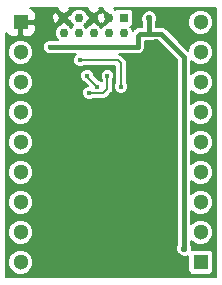
<source format=gbl>
G04 #@! TF.GenerationSoftware,KiCad,Pcbnew,5.0.1-33cea8e~68~ubuntu18.04.1*
G04 #@! TF.CreationDate,2018-11-10T11:16:57+01:00*
G04 #@! TF.ProjectId,LPC82X_JDH20,4C50433832585F4A444832302E6B6963,rev?*
G04 #@! TF.SameCoordinates,Original*
G04 #@! TF.FileFunction,Copper,L2,Bot,Signal*
G04 #@! TF.FilePolarity,Positive*
%FSLAX46Y46*%
G04 Gerber Fmt 4.6, Leading zero omitted, Abs format (unit mm)*
G04 Created by KiCad (PCBNEW 5.0.1-33cea8e~68~ubuntu18.04.1) date za 10 nov 2018 11:16:57 CET*
%MOMM*%
%LPD*%
G01*
G04 APERTURE LIST*
G04 #@! TA.AperFunction,ComponentPad*
%ADD10R,1.300000X1.300000*%
G04 #@! TD*
G04 #@! TA.AperFunction,ComponentPad*
%ADD11C,1.300000*%
G04 #@! TD*
G04 #@! TA.AperFunction,ComponentPad*
%ADD12R,0.750000X0.750000*%
G04 #@! TD*
G04 #@! TA.AperFunction,ComponentPad*
%ADD13C,0.750000*%
G04 #@! TD*
G04 #@! TA.AperFunction,ViaPad*
%ADD14C,0.550000*%
G04 #@! TD*
G04 #@! TA.AperFunction,ViaPad*
%ADD15C,0.381000*%
G04 #@! TD*
G04 #@! TA.AperFunction,Conductor*
%ADD16C,0.400000*%
G04 #@! TD*
G04 #@! TA.AperFunction,Conductor*
%ADD17C,0.200000*%
G04 #@! TD*
G04 APERTURE END LIST*
D10*
G04 #@! TO.P,J1,1*
G04 #@! TO.N,VSS*
X127000000Y-91440000D03*
D11*
G04 #@! TO.P,J1,2*
G04 #@! TO.N,/PIO0_4*
X127000000Y-93980000D03*
G04 #@! TO.P,J1,3*
G04 #@! TO.N,/PIO0_3*
X127000000Y-96520000D03*
G04 #@! TO.P,J1,4*
G04 #@! TO.N,/PIO0_2*
X127000000Y-99060000D03*
G04 #@! TO.P,J1,5*
G04 #@! TO.N,/PIO0_11*
X127000000Y-101600000D03*
G04 #@! TO.P,J1,6*
G04 #@! TO.N,/PIO0_10*
X127000000Y-104140000D03*
G04 #@! TO.P,J1,7*
G04 #@! TO.N,/PIO0_15*
X127000000Y-106680000D03*
G04 #@! TO.P,J1,8*
G04 #@! TO.N,/PIO0_1*
X127000000Y-109220000D03*
G04 #@! TO.P,J1,9*
G04 #@! TO.N,/PIO0_9*
X127000000Y-111760000D03*
G04 #@! TD*
D12*
G04 #@! TO.P,J2,1*
G04 #@! TO.N,VDD*
X135740000Y-91065000D03*
D13*
G04 #@! TO.P,J2,2*
G04 #@! TO.N,Net-(J2-Pad2)*
X135740000Y-92335000D03*
G04 #@! TO.P,J2,3*
G04 #@! TO.N,VSS*
X134470000Y-91065000D03*
G04 #@! TO.P,J2,4*
G04 #@! TO.N,Net-(J2-Pad4)*
X134470000Y-92335000D03*
G04 #@! TO.P,J2,5*
G04 #@! TO.N,VSS*
X133200000Y-91065000D03*
G04 #@! TO.P,J2,6*
G04 #@! TO.N,N/C*
X133200000Y-92335000D03*
G04 #@! TO.P,J2,7*
X131930000Y-91065000D03*
G04 #@! TO.P,J2,8*
X131930000Y-92335000D03*
G04 #@! TO.P,J2,9*
G04 #@! TO.N,VSS*
X130660000Y-91065000D03*
G04 #@! TO.P,J2,10*
G04 #@! TO.N,Net-(J2-Pad10)*
X130660000Y-92335000D03*
G04 #@! TD*
D11*
G04 #@! TO.P,J3,9*
G04 #@! TO.N,VDD*
X142240000Y-91440000D03*
G04 #@! TO.P,J3,8*
G04 #@! TO.N,/RESET*
X142240000Y-93980000D03*
G04 #@! TO.P,J3,7*
G04 #@! TO.N,/PIO0_12*
X142240000Y-96520000D03*
G04 #@! TO.P,J3,6*
G04 #@! TO.N,/PIO0_13*
X142240000Y-99060000D03*
G04 #@! TO.P,J3,5*
G04 #@! TO.N,/PIO0_17*
X142240000Y-101600000D03*
G04 #@! TO.P,J3,4*
G04 #@! TO.N,/PIO0_23*
X142240000Y-104140000D03*
G04 #@! TO.P,J3,3*
G04 #@! TO.N,/PIO0_14*
X142240000Y-106680000D03*
G04 #@! TO.P,J3,2*
G04 #@! TO.N,/PIO0_0*
X142240000Y-109220000D03*
D10*
G04 #@! TO.P,J3,1*
G04 #@! TO.N,/PIO0_8*
X142240000Y-111760000D03*
G04 #@! TD*
D14*
G04 #@! TO.N,VSS*
X138500000Y-93100000D03*
D15*
X133750000Y-95950000D03*
X130600000Y-110200000D03*
D14*
X134950000Y-108750000D03*
X138800000Y-108600000D03*
G04 #@! TO.N,VDD*
X140850000Y-110600000D03*
X137900000Y-91100000D03*
D15*
X129500000Y-93550000D03*
X136900000Y-93550000D03*
G04 #@! TO.N,/PIO0_3*
X132650000Y-95950000D03*
X133500000Y-96900000D03*
G04 #@! TO.N,/PIO0_2*
X134350000Y-95950000D03*
X132800000Y-97400000D03*
G04 #@! TO.N,/RESET*
X132050000Y-94650000D03*
X135500000Y-96900000D03*
G04 #@! TD*
D16*
G04 #@! TO.N,VDD*
X140850000Y-110600000D02*
X140850000Y-94350000D01*
X137900000Y-91400000D02*
X137900000Y-91100000D01*
X129500000Y-93550000D02*
X136900000Y-93550000D01*
X136900000Y-93550000D02*
X136900000Y-92600000D01*
X136900000Y-92600000D02*
X137100000Y-92400000D01*
X140850000Y-94350000D02*
X138900000Y-92400000D01*
X137100000Y-92400000D02*
X137900000Y-92400000D01*
X137900000Y-91400000D02*
X137900000Y-92400000D01*
X137900000Y-92400000D02*
X138900000Y-92400000D01*
D17*
G04 #@! TO.N,/PIO0_3*
X133500000Y-96900000D02*
X132650000Y-96050000D01*
X132650000Y-96050000D02*
X132650000Y-95950000D01*
G04 #@! TO.N,/PIO0_2*
X134350000Y-95950000D02*
X134350000Y-97050000D01*
X134350000Y-97050000D02*
X134000000Y-97400000D01*
X134000000Y-97400000D02*
X132800000Y-97400000D01*
G04 #@! TO.N,/RESET*
X132050000Y-94650000D02*
X135250000Y-94650000D01*
X135250000Y-94650000D02*
X135500000Y-94900000D01*
X135500000Y-94900000D02*
X135500000Y-96900000D01*
G04 #@! TD*
G04 #@! TO.N,VSS*
G36*
X130177615Y-90364826D02*
X130660000Y-90847211D01*
X131142385Y-90364826D01*
X131120997Y-90200000D01*
X132739003Y-90200000D01*
X132717615Y-90364826D01*
X133200000Y-90847211D01*
X133682385Y-90364826D01*
X133660997Y-90200000D01*
X134009003Y-90200000D01*
X133987615Y-90364826D01*
X134470000Y-90847211D01*
X134484142Y-90833069D01*
X134701931Y-91050858D01*
X134687789Y-91065000D01*
X134701931Y-91079142D01*
X134484142Y-91296931D01*
X134470000Y-91282789D01*
X134105776Y-91647013D01*
X134030998Y-91677987D01*
X133835000Y-91873985D01*
X133639002Y-91677987D01*
X133564224Y-91647013D01*
X133200000Y-91282789D01*
X132835776Y-91647013D01*
X132760998Y-91677987D01*
X132565000Y-91873985D01*
X132391015Y-91700000D01*
X132587013Y-91504002D01*
X132617987Y-91429224D01*
X132982211Y-91065000D01*
X133417789Y-91065000D01*
X133488650Y-91135861D01*
X133515928Y-91372029D01*
X133578266Y-91522528D01*
X133769826Y-91547385D01*
X133835000Y-91482211D01*
X133900174Y-91547385D01*
X134091734Y-91522528D01*
X134198942Y-91146449D01*
X134196024Y-91121187D01*
X134252211Y-91065000D01*
X134181350Y-90994139D01*
X134154072Y-90757971D01*
X134091734Y-90607472D01*
X133900174Y-90582615D01*
X133835000Y-90647789D01*
X133769826Y-90582615D01*
X133578266Y-90607472D01*
X133471058Y-90983551D01*
X133473976Y-91008813D01*
X133417789Y-91065000D01*
X132982211Y-91065000D01*
X132617987Y-90700776D01*
X132587013Y-90625998D01*
X132369002Y-90407987D01*
X132084157Y-90290000D01*
X131775843Y-90290000D01*
X131490998Y-90407987D01*
X131272987Y-90625998D01*
X131242013Y-90700776D01*
X130877789Y-91065000D01*
X131242013Y-91429224D01*
X131272987Y-91504002D01*
X131468985Y-91700000D01*
X131295000Y-91873985D01*
X131099002Y-91677987D01*
X131024224Y-91647013D01*
X130660000Y-91282789D01*
X130295776Y-91647013D01*
X130220998Y-91677987D01*
X130002987Y-91895998D01*
X129885000Y-92180843D01*
X129885000Y-92489157D01*
X130002987Y-92774002D01*
X130178985Y-92950000D01*
X129440909Y-92950000D01*
X129393149Y-92959500D01*
X129382542Y-92959500D01*
X129372742Y-92963559D01*
X129265892Y-92984813D01*
X129175311Y-93045337D01*
X129165508Y-93049398D01*
X129158005Y-93056901D01*
X129067425Y-93117425D01*
X129006901Y-93208005D01*
X128999398Y-93215508D01*
X128995337Y-93225311D01*
X128934813Y-93315892D01*
X128913559Y-93422742D01*
X128909500Y-93432542D01*
X128909500Y-93443149D01*
X128888246Y-93550000D01*
X128909500Y-93656851D01*
X128909500Y-93667458D01*
X128913559Y-93677258D01*
X128934813Y-93784108D01*
X128995337Y-93874689D01*
X128999398Y-93884492D01*
X129006901Y-93891995D01*
X129067425Y-93982575D01*
X129158005Y-94043099D01*
X129165508Y-94050602D01*
X129175311Y-94054663D01*
X129265892Y-94115187D01*
X129372742Y-94136441D01*
X129382542Y-94140500D01*
X129393149Y-94140500D01*
X129440909Y-94150000D01*
X131714906Y-94150000D01*
X131549398Y-94315508D01*
X131459500Y-94532542D01*
X131459500Y-94767458D01*
X131549398Y-94984492D01*
X131715508Y-95150602D01*
X131932542Y-95240500D01*
X132167458Y-95240500D01*
X132384492Y-95150602D01*
X132385094Y-95150000D01*
X135000000Y-95150000D01*
X135000001Y-96564905D01*
X134999398Y-96565508D01*
X134909500Y-96782542D01*
X134909500Y-97017458D01*
X134999398Y-97234492D01*
X135165508Y-97400602D01*
X135382542Y-97490500D01*
X135617458Y-97490500D01*
X135834492Y-97400602D01*
X136000602Y-97234492D01*
X136090500Y-97017458D01*
X136090500Y-96782542D01*
X136000602Y-96565508D01*
X136000000Y-96564906D01*
X136000000Y-94949240D01*
X136009795Y-94899999D01*
X135998873Y-94845090D01*
X135970989Y-94704910D01*
X135860480Y-94539520D01*
X135818730Y-94511624D01*
X135638377Y-94331271D01*
X135610480Y-94289520D01*
X135445090Y-94179011D01*
X135299243Y-94150000D01*
X136840909Y-94150000D01*
X136900000Y-94161754D01*
X136959091Y-94150000D01*
X136962118Y-94149398D01*
X137006851Y-94140500D01*
X137017458Y-94140500D01*
X137027258Y-94136441D01*
X137134108Y-94115187D01*
X137224689Y-94054663D01*
X137234492Y-94050602D01*
X137241995Y-94043099D01*
X137332575Y-93982575D01*
X137393099Y-93891995D01*
X137400602Y-93884492D01*
X137404663Y-93874689D01*
X137465187Y-93784108D01*
X137486441Y-93677258D01*
X137490500Y-93667458D01*
X137490500Y-93656851D01*
X137511754Y-93550000D01*
X137500000Y-93490909D01*
X137500000Y-93000000D01*
X137840909Y-93000000D01*
X137900000Y-93011754D01*
X137959091Y-93000000D01*
X138651473Y-93000000D01*
X140250001Y-94598529D01*
X140250000Y-110284669D01*
X140175000Y-110465734D01*
X140175000Y-110734266D01*
X140277763Y-110982357D01*
X140467643Y-111172237D01*
X140715734Y-111275000D01*
X140984266Y-111275000D01*
X141182164Y-111193028D01*
X141182164Y-112410000D01*
X141213209Y-112566072D01*
X141301616Y-112698384D01*
X141433928Y-112786791D01*
X141590000Y-112817836D01*
X142890000Y-112817836D01*
X143046072Y-112786791D01*
X143178384Y-112698384D01*
X143266791Y-112566072D01*
X143297836Y-112410000D01*
X143297836Y-111110000D01*
X143266791Y-110953928D01*
X143178384Y-110821616D01*
X143046072Y-110733209D01*
X142890000Y-110702164D01*
X141590000Y-110702164D01*
X141525000Y-110715093D01*
X141525000Y-110465734D01*
X141450000Y-110284669D01*
X141450000Y-109914924D01*
X141645223Y-110110147D01*
X142031142Y-110270000D01*
X142448858Y-110270000D01*
X142834777Y-110110147D01*
X143130147Y-109814777D01*
X143290000Y-109428858D01*
X143290000Y-109011142D01*
X143130147Y-108625223D01*
X142834777Y-108329853D01*
X142448858Y-108170000D01*
X142031142Y-108170000D01*
X141645223Y-108329853D01*
X141450000Y-108525076D01*
X141450000Y-107374924D01*
X141645223Y-107570147D01*
X142031142Y-107730000D01*
X142448858Y-107730000D01*
X142834777Y-107570147D01*
X143130147Y-107274777D01*
X143290000Y-106888858D01*
X143290000Y-106471142D01*
X143130147Y-106085223D01*
X142834777Y-105789853D01*
X142448858Y-105630000D01*
X142031142Y-105630000D01*
X141645223Y-105789853D01*
X141450000Y-105985076D01*
X141450000Y-104834924D01*
X141645223Y-105030147D01*
X142031142Y-105190000D01*
X142448858Y-105190000D01*
X142834777Y-105030147D01*
X143130147Y-104734777D01*
X143290000Y-104348858D01*
X143290000Y-103931142D01*
X143130147Y-103545223D01*
X142834777Y-103249853D01*
X142448858Y-103090000D01*
X142031142Y-103090000D01*
X141645223Y-103249853D01*
X141450000Y-103445076D01*
X141450000Y-102294924D01*
X141645223Y-102490147D01*
X142031142Y-102650000D01*
X142448858Y-102650000D01*
X142834777Y-102490147D01*
X143130147Y-102194777D01*
X143290000Y-101808858D01*
X143290000Y-101391142D01*
X143130147Y-101005223D01*
X142834777Y-100709853D01*
X142448858Y-100550000D01*
X142031142Y-100550000D01*
X141645223Y-100709853D01*
X141450000Y-100905076D01*
X141450000Y-99754924D01*
X141645223Y-99950147D01*
X142031142Y-100110000D01*
X142448858Y-100110000D01*
X142834777Y-99950147D01*
X143130147Y-99654777D01*
X143290000Y-99268858D01*
X143290000Y-98851142D01*
X143130147Y-98465223D01*
X142834777Y-98169853D01*
X142448858Y-98010000D01*
X142031142Y-98010000D01*
X141645223Y-98169853D01*
X141450000Y-98365076D01*
X141450000Y-97214924D01*
X141645223Y-97410147D01*
X142031142Y-97570000D01*
X142448858Y-97570000D01*
X142834777Y-97410147D01*
X143130147Y-97114777D01*
X143290000Y-96728858D01*
X143290000Y-96311142D01*
X143130147Y-95925223D01*
X142834777Y-95629853D01*
X142448858Y-95470000D01*
X142031142Y-95470000D01*
X141645223Y-95629853D01*
X141450000Y-95825076D01*
X141450000Y-94674924D01*
X141645223Y-94870147D01*
X142031142Y-95030000D01*
X142448858Y-95030000D01*
X142834777Y-94870147D01*
X143130147Y-94574777D01*
X143290000Y-94188858D01*
X143290000Y-93771142D01*
X143130147Y-93385223D01*
X142834777Y-93089853D01*
X142448858Y-92930000D01*
X142031142Y-92930000D01*
X141645223Y-93089853D01*
X141349853Y-93385223D01*
X141190000Y-93771142D01*
X141190000Y-93841472D01*
X139366049Y-92017522D01*
X139332575Y-91967425D01*
X139134108Y-91834813D01*
X138959091Y-91800000D01*
X138959086Y-91800000D01*
X138900000Y-91788247D01*
X138840914Y-91800000D01*
X138500000Y-91800000D01*
X138500000Y-91415331D01*
X138575000Y-91234266D01*
X138575000Y-91231142D01*
X141190000Y-91231142D01*
X141190000Y-91648858D01*
X141349853Y-92034777D01*
X141645223Y-92330147D01*
X142031142Y-92490000D01*
X142448858Y-92490000D01*
X142834777Y-92330147D01*
X143130147Y-92034777D01*
X143290000Y-91648858D01*
X143290000Y-91231142D01*
X143130147Y-90845223D01*
X142834777Y-90549853D01*
X142448858Y-90390000D01*
X142031142Y-90390000D01*
X141645223Y-90549853D01*
X141349853Y-90845223D01*
X141190000Y-91231142D01*
X138575000Y-91231142D01*
X138575000Y-90965734D01*
X138472237Y-90717643D01*
X138282357Y-90527763D01*
X138034266Y-90425000D01*
X137765734Y-90425000D01*
X137517643Y-90527763D01*
X137327763Y-90717643D01*
X137225000Y-90965734D01*
X137225000Y-91234266D01*
X137300000Y-91415332D01*
X137300000Y-91800000D01*
X137159088Y-91800000D01*
X137100000Y-91788247D01*
X137040912Y-91800000D01*
X137040909Y-91800000D01*
X136865892Y-91834813D01*
X136667425Y-91967425D01*
X136633951Y-92017522D01*
X136517520Y-92133953D01*
X136500334Y-92145436D01*
X136397013Y-91895998D01*
X136299087Y-91798072D01*
X136403384Y-91728384D01*
X136491791Y-91596072D01*
X136522836Y-91440000D01*
X136522836Y-90690000D01*
X136491791Y-90533928D01*
X136403384Y-90401616D01*
X136271072Y-90313209D01*
X136115000Y-90282164D01*
X135365000Y-90282164D01*
X135208928Y-90313209D01*
X135163319Y-90343683D01*
X135068422Y-90248786D01*
X134952385Y-90364824D01*
X134930997Y-90200000D01*
X143500000Y-90200000D01*
X143500001Y-113000000D01*
X125800000Y-113000000D01*
X125800000Y-111551142D01*
X125950000Y-111551142D01*
X125950000Y-111968858D01*
X126109853Y-112354777D01*
X126405223Y-112650147D01*
X126791142Y-112810000D01*
X127208858Y-112810000D01*
X127594777Y-112650147D01*
X127890147Y-112354777D01*
X128050000Y-111968858D01*
X128050000Y-111551142D01*
X127890147Y-111165223D01*
X127594777Y-110869853D01*
X127208858Y-110710000D01*
X126791142Y-110710000D01*
X126405223Y-110869853D01*
X126109853Y-111165223D01*
X125950000Y-111551142D01*
X125800000Y-111551142D01*
X125800000Y-109011142D01*
X125950000Y-109011142D01*
X125950000Y-109428858D01*
X126109853Y-109814777D01*
X126405223Y-110110147D01*
X126791142Y-110270000D01*
X127208858Y-110270000D01*
X127594777Y-110110147D01*
X127890147Y-109814777D01*
X128050000Y-109428858D01*
X128050000Y-109011142D01*
X127890147Y-108625223D01*
X127594777Y-108329853D01*
X127208858Y-108170000D01*
X126791142Y-108170000D01*
X126405223Y-108329853D01*
X126109853Y-108625223D01*
X125950000Y-109011142D01*
X125800000Y-109011142D01*
X125800000Y-106471142D01*
X125950000Y-106471142D01*
X125950000Y-106888858D01*
X126109853Y-107274777D01*
X126405223Y-107570147D01*
X126791142Y-107730000D01*
X127208858Y-107730000D01*
X127594777Y-107570147D01*
X127890147Y-107274777D01*
X128050000Y-106888858D01*
X128050000Y-106471142D01*
X127890147Y-106085223D01*
X127594777Y-105789853D01*
X127208858Y-105630000D01*
X126791142Y-105630000D01*
X126405223Y-105789853D01*
X126109853Y-106085223D01*
X125950000Y-106471142D01*
X125800000Y-106471142D01*
X125800000Y-103931142D01*
X125950000Y-103931142D01*
X125950000Y-104348858D01*
X126109853Y-104734777D01*
X126405223Y-105030147D01*
X126791142Y-105190000D01*
X127208858Y-105190000D01*
X127594777Y-105030147D01*
X127890147Y-104734777D01*
X128050000Y-104348858D01*
X128050000Y-103931142D01*
X127890147Y-103545223D01*
X127594777Y-103249853D01*
X127208858Y-103090000D01*
X126791142Y-103090000D01*
X126405223Y-103249853D01*
X126109853Y-103545223D01*
X125950000Y-103931142D01*
X125800000Y-103931142D01*
X125800000Y-101391142D01*
X125950000Y-101391142D01*
X125950000Y-101808858D01*
X126109853Y-102194777D01*
X126405223Y-102490147D01*
X126791142Y-102650000D01*
X127208858Y-102650000D01*
X127594777Y-102490147D01*
X127890147Y-102194777D01*
X128050000Y-101808858D01*
X128050000Y-101391142D01*
X127890147Y-101005223D01*
X127594777Y-100709853D01*
X127208858Y-100550000D01*
X126791142Y-100550000D01*
X126405223Y-100709853D01*
X126109853Y-101005223D01*
X125950000Y-101391142D01*
X125800000Y-101391142D01*
X125800000Y-98851142D01*
X125950000Y-98851142D01*
X125950000Y-99268858D01*
X126109853Y-99654777D01*
X126405223Y-99950147D01*
X126791142Y-100110000D01*
X127208858Y-100110000D01*
X127594777Y-99950147D01*
X127890147Y-99654777D01*
X128050000Y-99268858D01*
X128050000Y-98851142D01*
X127890147Y-98465223D01*
X127594777Y-98169853D01*
X127208858Y-98010000D01*
X126791142Y-98010000D01*
X126405223Y-98169853D01*
X126109853Y-98465223D01*
X125950000Y-98851142D01*
X125800000Y-98851142D01*
X125800000Y-96311142D01*
X125950000Y-96311142D01*
X125950000Y-96728858D01*
X126109853Y-97114777D01*
X126405223Y-97410147D01*
X126791142Y-97570000D01*
X127208858Y-97570000D01*
X127594777Y-97410147D01*
X127890147Y-97114777D01*
X128050000Y-96728858D01*
X128050000Y-96311142D01*
X127890147Y-95925223D01*
X127797466Y-95832542D01*
X132059500Y-95832542D01*
X132059500Y-96067458D01*
X132149398Y-96284492D01*
X132315508Y-96450602D01*
X132363286Y-96470392D01*
X132702394Y-96809500D01*
X132682542Y-96809500D01*
X132465508Y-96899398D01*
X132299398Y-97065508D01*
X132209500Y-97282542D01*
X132209500Y-97517458D01*
X132299398Y-97734492D01*
X132465508Y-97900602D01*
X132682542Y-97990500D01*
X132917458Y-97990500D01*
X133134492Y-97900602D01*
X133135094Y-97900000D01*
X133950759Y-97900000D01*
X134000000Y-97909795D01*
X134049241Y-97900000D01*
X134049243Y-97900000D01*
X134195090Y-97870989D01*
X134360480Y-97760480D01*
X134388376Y-97718730D01*
X134668732Y-97438375D01*
X134710480Y-97410480D01*
X134820989Y-97245090D01*
X134850000Y-97099243D01*
X134859795Y-97050000D01*
X134850000Y-97000757D01*
X134850000Y-96285094D01*
X134850602Y-96284492D01*
X134940500Y-96067458D01*
X134940500Y-95832542D01*
X134850602Y-95615508D01*
X134684492Y-95449398D01*
X134467458Y-95359500D01*
X134232542Y-95359500D01*
X134015508Y-95449398D01*
X133849398Y-95615508D01*
X133759500Y-95832542D01*
X133759500Y-96067458D01*
X133849398Y-96284492D01*
X133850000Y-96285094D01*
X133850000Y-96414906D01*
X133834492Y-96399398D01*
X133617458Y-96309500D01*
X133616606Y-96309500D01*
X133240500Y-95933394D01*
X133240500Y-95832542D01*
X133150602Y-95615508D01*
X132984492Y-95449398D01*
X132767458Y-95359500D01*
X132532542Y-95359500D01*
X132315508Y-95449398D01*
X132149398Y-95615508D01*
X132059500Y-95832542D01*
X127797466Y-95832542D01*
X127594777Y-95629853D01*
X127208858Y-95470000D01*
X126791142Y-95470000D01*
X126405223Y-95629853D01*
X126109853Y-95925223D01*
X125950000Y-96311142D01*
X125800000Y-96311142D01*
X125800000Y-93771142D01*
X125950000Y-93771142D01*
X125950000Y-94188858D01*
X126109853Y-94574777D01*
X126405223Y-94870147D01*
X126791142Y-95030000D01*
X127208858Y-95030000D01*
X127594777Y-94870147D01*
X127890147Y-94574777D01*
X128050000Y-94188858D01*
X128050000Y-93771142D01*
X127890147Y-93385223D01*
X127594777Y-93089853D01*
X127208858Y-92930000D01*
X126791142Y-92930000D01*
X126405223Y-93089853D01*
X126109853Y-93385223D01*
X125950000Y-93771142D01*
X125800000Y-93771142D01*
X125800000Y-92350963D01*
X125834563Y-92434405D01*
X126005596Y-92605438D01*
X126229062Y-92698000D01*
X126694000Y-92698000D01*
X126846000Y-92546000D01*
X126846000Y-91594000D01*
X127154000Y-91594000D01*
X127154000Y-92546000D01*
X127306000Y-92698000D01*
X127770938Y-92698000D01*
X127994404Y-92605438D01*
X128165437Y-92434405D01*
X128258000Y-92210939D01*
X128258000Y-91746000D01*
X128106000Y-91594000D01*
X127154000Y-91594000D01*
X126846000Y-91594000D01*
X126826000Y-91594000D01*
X126826000Y-91286000D01*
X126846000Y-91286000D01*
X126846000Y-91266000D01*
X127154000Y-91266000D01*
X127154000Y-91286000D01*
X128106000Y-91286000D01*
X128258000Y-91134000D01*
X128258000Y-90983551D01*
X129661058Y-90983551D01*
X129705928Y-91372029D01*
X129768266Y-91522528D01*
X129959826Y-91547385D01*
X130442211Y-91065000D01*
X129959826Y-90582615D01*
X129768266Y-90607472D01*
X129661058Y-90983551D01*
X128258000Y-90983551D01*
X128258000Y-90669061D01*
X128165437Y-90445595D01*
X127994404Y-90274562D01*
X127814394Y-90200000D01*
X130199003Y-90200000D01*
X130177615Y-90364826D01*
X130177615Y-90364826D01*
G37*
X130177615Y-90364826D02*
X130660000Y-90847211D01*
X131142385Y-90364826D01*
X131120997Y-90200000D01*
X132739003Y-90200000D01*
X132717615Y-90364826D01*
X133200000Y-90847211D01*
X133682385Y-90364826D01*
X133660997Y-90200000D01*
X134009003Y-90200000D01*
X133987615Y-90364826D01*
X134470000Y-90847211D01*
X134484142Y-90833069D01*
X134701931Y-91050858D01*
X134687789Y-91065000D01*
X134701931Y-91079142D01*
X134484142Y-91296931D01*
X134470000Y-91282789D01*
X134105776Y-91647013D01*
X134030998Y-91677987D01*
X133835000Y-91873985D01*
X133639002Y-91677987D01*
X133564224Y-91647013D01*
X133200000Y-91282789D01*
X132835776Y-91647013D01*
X132760998Y-91677987D01*
X132565000Y-91873985D01*
X132391015Y-91700000D01*
X132587013Y-91504002D01*
X132617987Y-91429224D01*
X132982211Y-91065000D01*
X133417789Y-91065000D01*
X133488650Y-91135861D01*
X133515928Y-91372029D01*
X133578266Y-91522528D01*
X133769826Y-91547385D01*
X133835000Y-91482211D01*
X133900174Y-91547385D01*
X134091734Y-91522528D01*
X134198942Y-91146449D01*
X134196024Y-91121187D01*
X134252211Y-91065000D01*
X134181350Y-90994139D01*
X134154072Y-90757971D01*
X134091734Y-90607472D01*
X133900174Y-90582615D01*
X133835000Y-90647789D01*
X133769826Y-90582615D01*
X133578266Y-90607472D01*
X133471058Y-90983551D01*
X133473976Y-91008813D01*
X133417789Y-91065000D01*
X132982211Y-91065000D01*
X132617987Y-90700776D01*
X132587013Y-90625998D01*
X132369002Y-90407987D01*
X132084157Y-90290000D01*
X131775843Y-90290000D01*
X131490998Y-90407987D01*
X131272987Y-90625998D01*
X131242013Y-90700776D01*
X130877789Y-91065000D01*
X131242013Y-91429224D01*
X131272987Y-91504002D01*
X131468985Y-91700000D01*
X131295000Y-91873985D01*
X131099002Y-91677987D01*
X131024224Y-91647013D01*
X130660000Y-91282789D01*
X130295776Y-91647013D01*
X130220998Y-91677987D01*
X130002987Y-91895998D01*
X129885000Y-92180843D01*
X129885000Y-92489157D01*
X130002987Y-92774002D01*
X130178985Y-92950000D01*
X129440909Y-92950000D01*
X129393149Y-92959500D01*
X129382542Y-92959500D01*
X129372742Y-92963559D01*
X129265892Y-92984813D01*
X129175311Y-93045337D01*
X129165508Y-93049398D01*
X129158005Y-93056901D01*
X129067425Y-93117425D01*
X129006901Y-93208005D01*
X128999398Y-93215508D01*
X128995337Y-93225311D01*
X128934813Y-93315892D01*
X128913559Y-93422742D01*
X128909500Y-93432542D01*
X128909500Y-93443149D01*
X128888246Y-93550000D01*
X128909500Y-93656851D01*
X128909500Y-93667458D01*
X128913559Y-93677258D01*
X128934813Y-93784108D01*
X128995337Y-93874689D01*
X128999398Y-93884492D01*
X129006901Y-93891995D01*
X129067425Y-93982575D01*
X129158005Y-94043099D01*
X129165508Y-94050602D01*
X129175311Y-94054663D01*
X129265892Y-94115187D01*
X129372742Y-94136441D01*
X129382542Y-94140500D01*
X129393149Y-94140500D01*
X129440909Y-94150000D01*
X131714906Y-94150000D01*
X131549398Y-94315508D01*
X131459500Y-94532542D01*
X131459500Y-94767458D01*
X131549398Y-94984492D01*
X131715508Y-95150602D01*
X131932542Y-95240500D01*
X132167458Y-95240500D01*
X132384492Y-95150602D01*
X132385094Y-95150000D01*
X135000000Y-95150000D01*
X135000001Y-96564905D01*
X134999398Y-96565508D01*
X134909500Y-96782542D01*
X134909500Y-97017458D01*
X134999398Y-97234492D01*
X135165508Y-97400602D01*
X135382542Y-97490500D01*
X135617458Y-97490500D01*
X135834492Y-97400602D01*
X136000602Y-97234492D01*
X136090500Y-97017458D01*
X136090500Y-96782542D01*
X136000602Y-96565508D01*
X136000000Y-96564906D01*
X136000000Y-94949240D01*
X136009795Y-94899999D01*
X135998873Y-94845090D01*
X135970989Y-94704910D01*
X135860480Y-94539520D01*
X135818730Y-94511624D01*
X135638377Y-94331271D01*
X135610480Y-94289520D01*
X135445090Y-94179011D01*
X135299243Y-94150000D01*
X136840909Y-94150000D01*
X136900000Y-94161754D01*
X136959091Y-94150000D01*
X136962118Y-94149398D01*
X137006851Y-94140500D01*
X137017458Y-94140500D01*
X137027258Y-94136441D01*
X137134108Y-94115187D01*
X137224689Y-94054663D01*
X137234492Y-94050602D01*
X137241995Y-94043099D01*
X137332575Y-93982575D01*
X137393099Y-93891995D01*
X137400602Y-93884492D01*
X137404663Y-93874689D01*
X137465187Y-93784108D01*
X137486441Y-93677258D01*
X137490500Y-93667458D01*
X137490500Y-93656851D01*
X137511754Y-93550000D01*
X137500000Y-93490909D01*
X137500000Y-93000000D01*
X137840909Y-93000000D01*
X137900000Y-93011754D01*
X137959091Y-93000000D01*
X138651473Y-93000000D01*
X140250001Y-94598529D01*
X140250000Y-110284669D01*
X140175000Y-110465734D01*
X140175000Y-110734266D01*
X140277763Y-110982357D01*
X140467643Y-111172237D01*
X140715734Y-111275000D01*
X140984266Y-111275000D01*
X141182164Y-111193028D01*
X141182164Y-112410000D01*
X141213209Y-112566072D01*
X141301616Y-112698384D01*
X141433928Y-112786791D01*
X141590000Y-112817836D01*
X142890000Y-112817836D01*
X143046072Y-112786791D01*
X143178384Y-112698384D01*
X143266791Y-112566072D01*
X143297836Y-112410000D01*
X143297836Y-111110000D01*
X143266791Y-110953928D01*
X143178384Y-110821616D01*
X143046072Y-110733209D01*
X142890000Y-110702164D01*
X141590000Y-110702164D01*
X141525000Y-110715093D01*
X141525000Y-110465734D01*
X141450000Y-110284669D01*
X141450000Y-109914924D01*
X141645223Y-110110147D01*
X142031142Y-110270000D01*
X142448858Y-110270000D01*
X142834777Y-110110147D01*
X143130147Y-109814777D01*
X143290000Y-109428858D01*
X143290000Y-109011142D01*
X143130147Y-108625223D01*
X142834777Y-108329853D01*
X142448858Y-108170000D01*
X142031142Y-108170000D01*
X141645223Y-108329853D01*
X141450000Y-108525076D01*
X141450000Y-107374924D01*
X141645223Y-107570147D01*
X142031142Y-107730000D01*
X142448858Y-107730000D01*
X142834777Y-107570147D01*
X143130147Y-107274777D01*
X143290000Y-106888858D01*
X143290000Y-106471142D01*
X143130147Y-106085223D01*
X142834777Y-105789853D01*
X142448858Y-105630000D01*
X142031142Y-105630000D01*
X141645223Y-105789853D01*
X141450000Y-105985076D01*
X141450000Y-104834924D01*
X141645223Y-105030147D01*
X142031142Y-105190000D01*
X142448858Y-105190000D01*
X142834777Y-105030147D01*
X143130147Y-104734777D01*
X143290000Y-104348858D01*
X143290000Y-103931142D01*
X143130147Y-103545223D01*
X142834777Y-103249853D01*
X142448858Y-103090000D01*
X142031142Y-103090000D01*
X141645223Y-103249853D01*
X141450000Y-103445076D01*
X141450000Y-102294924D01*
X141645223Y-102490147D01*
X142031142Y-102650000D01*
X142448858Y-102650000D01*
X142834777Y-102490147D01*
X143130147Y-102194777D01*
X143290000Y-101808858D01*
X143290000Y-101391142D01*
X143130147Y-101005223D01*
X142834777Y-100709853D01*
X142448858Y-100550000D01*
X142031142Y-100550000D01*
X141645223Y-100709853D01*
X141450000Y-100905076D01*
X141450000Y-99754924D01*
X141645223Y-99950147D01*
X142031142Y-100110000D01*
X142448858Y-100110000D01*
X142834777Y-99950147D01*
X143130147Y-99654777D01*
X143290000Y-99268858D01*
X143290000Y-98851142D01*
X143130147Y-98465223D01*
X142834777Y-98169853D01*
X142448858Y-98010000D01*
X142031142Y-98010000D01*
X141645223Y-98169853D01*
X141450000Y-98365076D01*
X141450000Y-97214924D01*
X141645223Y-97410147D01*
X142031142Y-97570000D01*
X142448858Y-97570000D01*
X142834777Y-97410147D01*
X143130147Y-97114777D01*
X143290000Y-96728858D01*
X143290000Y-96311142D01*
X143130147Y-95925223D01*
X142834777Y-95629853D01*
X142448858Y-95470000D01*
X142031142Y-95470000D01*
X141645223Y-95629853D01*
X141450000Y-95825076D01*
X141450000Y-94674924D01*
X141645223Y-94870147D01*
X142031142Y-95030000D01*
X142448858Y-95030000D01*
X142834777Y-94870147D01*
X143130147Y-94574777D01*
X143290000Y-94188858D01*
X143290000Y-93771142D01*
X143130147Y-93385223D01*
X142834777Y-93089853D01*
X142448858Y-92930000D01*
X142031142Y-92930000D01*
X141645223Y-93089853D01*
X141349853Y-93385223D01*
X141190000Y-93771142D01*
X141190000Y-93841472D01*
X139366049Y-92017522D01*
X139332575Y-91967425D01*
X139134108Y-91834813D01*
X138959091Y-91800000D01*
X138959086Y-91800000D01*
X138900000Y-91788247D01*
X138840914Y-91800000D01*
X138500000Y-91800000D01*
X138500000Y-91415331D01*
X138575000Y-91234266D01*
X138575000Y-91231142D01*
X141190000Y-91231142D01*
X141190000Y-91648858D01*
X141349853Y-92034777D01*
X141645223Y-92330147D01*
X142031142Y-92490000D01*
X142448858Y-92490000D01*
X142834777Y-92330147D01*
X143130147Y-92034777D01*
X143290000Y-91648858D01*
X143290000Y-91231142D01*
X143130147Y-90845223D01*
X142834777Y-90549853D01*
X142448858Y-90390000D01*
X142031142Y-90390000D01*
X141645223Y-90549853D01*
X141349853Y-90845223D01*
X141190000Y-91231142D01*
X138575000Y-91231142D01*
X138575000Y-90965734D01*
X138472237Y-90717643D01*
X138282357Y-90527763D01*
X138034266Y-90425000D01*
X137765734Y-90425000D01*
X137517643Y-90527763D01*
X137327763Y-90717643D01*
X137225000Y-90965734D01*
X137225000Y-91234266D01*
X137300000Y-91415332D01*
X137300000Y-91800000D01*
X137159088Y-91800000D01*
X137100000Y-91788247D01*
X137040912Y-91800000D01*
X137040909Y-91800000D01*
X136865892Y-91834813D01*
X136667425Y-91967425D01*
X136633951Y-92017522D01*
X136517520Y-92133953D01*
X136500334Y-92145436D01*
X136397013Y-91895998D01*
X136299087Y-91798072D01*
X136403384Y-91728384D01*
X136491791Y-91596072D01*
X136522836Y-91440000D01*
X136522836Y-90690000D01*
X136491791Y-90533928D01*
X136403384Y-90401616D01*
X136271072Y-90313209D01*
X136115000Y-90282164D01*
X135365000Y-90282164D01*
X135208928Y-90313209D01*
X135163319Y-90343683D01*
X135068422Y-90248786D01*
X134952385Y-90364824D01*
X134930997Y-90200000D01*
X143500000Y-90200000D01*
X143500001Y-113000000D01*
X125800000Y-113000000D01*
X125800000Y-111551142D01*
X125950000Y-111551142D01*
X125950000Y-111968858D01*
X126109853Y-112354777D01*
X126405223Y-112650147D01*
X126791142Y-112810000D01*
X127208858Y-112810000D01*
X127594777Y-112650147D01*
X127890147Y-112354777D01*
X128050000Y-111968858D01*
X128050000Y-111551142D01*
X127890147Y-111165223D01*
X127594777Y-110869853D01*
X127208858Y-110710000D01*
X126791142Y-110710000D01*
X126405223Y-110869853D01*
X126109853Y-111165223D01*
X125950000Y-111551142D01*
X125800000Y-111551142D01*
X125800000Y-109011142D01*
X125950000Y-109011142D01*
X125950000Y-109428858D01*
X126109853Y-109814777D01*
X126405223Y-110110147D01*
X126791142Y-110270000D01*
X127208858Y-110270000D01*
X127594777Y-110110147D01*
X127890147Y-109814777D01*
X128050000Y-109428858D01*
X128050000Y-109011142D01*
X127890147Y-108625223D01*
X127594777Y-108329853D01*
X127208858Y-108170000D01*
X126791142Y-108170000D01*
X126405223Y-108329853D01*
X126109853Y-108625223D01*
X125950000Y-109011142D01*
X125800000Y-109011142D01*
X125800000Y-106471142D01*
X125950000Y-106471142D01*
X125950000Y-106888858D01*
X126109853Y-107274777D01*
X126405223Y-107570147D01*
X126791142Y-107730000D01*
X127208858Y-107730000D01*
X127594777Y-107570147D01*
X127890147Y-107274777D01*
X128050000Y-106888858D01*
X128050000Y-106471142D01*
X127890147Y-106085223D01*
X127594777Y-105789853D01*
X127208858Y-105630000D01*
X126791142Y-105630000D01*
X126405223Y-105789853D01*
X126109853Y-106085223D01*
X125950000Y-106471142D01*
X125800000Y-106471142D01*
X125800000Y-103931142D01*
X125950000Y-103931142D01*
X125950000Y-104348858D01*
X126109853Y-104734777D01*
X126405223Y-105030147D01*
X126791142Y-105190000D01*
X127208858Y-105190000D01*
X127594777Y-105030147D01*
X127890147Y-104734777D01*
X128050000Y-104348858D01*
X128050000Y-103931142D01*
X127890147Y-103545223D01*
X127594777Y-103249853D01*
X127208858Y-103090000D01*
X126791142Y-103090000D01*
X126405223Y-103249853D01*
X126109853Y-103545223D01*
X125950000Y-103931142D01*
X125800000Y-103931142D01*
X125800000Y-101391142D01*
X125950000Y-101391142D01*
X125950000Y-101808858D01*
X126109853Y-102194777D01*
X126405223Y-102490147D01*
X126791142Y-102650000D01*
X127208858Y-102650000D01*
X127594777Y-102490147D01*
X127890147Y-102194777D01*
X128050000Y-101808858D01*
X128050000Y-101391142D01*
X127890147Y-101005223D01*
X127594777Y-100709853D01*
X127208858Y-100550000D01*
X126791142Y-100550000D01*
X126405223Y-100709853D01*
X126109853Y-101005223D01*
X125950000Y-101391142D01*
X125800000Y-101391142D01*
X125800000Y-98851142D01*
X125950000Y-98851142D01*
X125950000Y-99268858D01*
X126109853Y-99654777D01*
X126405223Y-99950147D01*
X126791142Y-100110000D01*
X127208858Y-100110000D01*
X127594777Y-99950147D01*
X127890147Y-99654777D01*
X128050000Y-99268858D01*
X128050000Y-98851142D01*
X127890147Y-98465223D01*
X127594777Y-98169853D01*
X127208858Y-98010000D01*
X126791142Y-98010000D01*
X126405223Y-98169853D01*
X126109853Y-98465223D01*
X125950000Y-98851142D01*
X125800000Y-98851142D01*
X125800000Y-96311142D01*
X125950000Y-96311142D01*
X125950000Y-96728858D01*
X126109853Y-97114777D01*
X126405223Y-97410147D01*
X126791142Y-97570000D01*
X127208858Y-97570000D01*
X127594777Y-97410147D01*
X127890147Y-97114777D01*
X128050000Y-96728858D01*
X128050000Y-96311142D01*
X127890147Y-95925223D01*
X127797466Y-95832542D01*
X132059500Y-95832542D01*
X132059500Y-96067458D01*
X132149398Y-96284492D01*
X132315508Y-96450602D01*
X132363286Y-96470392D01*
X132702394Y-96809500D01*
X132682542Y-96809500D01*
X132465508Y-96899398D01*
X132299398Y-97065508D01*
X132209500Y-97282542D01*
X132209500Y-97517458D01*
X132299398Y-97734492D01*
X132465508Y-97900602D01*
X132682542Y-97990500D01*
X132917458Y-97990500D01*
X133134492Y-97900602D01*
X133135094Y-97900000D01*
X133950759Y-97900000D01*
X134000000Y-97909795D01*
X134049241Y-97900000D01*
X134049243Y-97900000D01*
X134195090Y-97870989D01*
X134360480Y-97760480D01*
X134388376Y-97718730D01*
X134668732Y-97438375D01*
X134710480Y-97410480D01*
X134820989Y-97245090D01*
X134850000Y-97099243D01*
X134859795Y-97050000D01*
X134850000Y-97000757D01*
X134850000Y-96285094D01*
X134850602Y-96284492D01*
X134940500Y-96067458D01*
X134940500Y-95832542D01*
X134850602Y-95615508D01*
X134684492Y-95449398D01*
X134467458Y-95359500D01*
X134232542Y-95359500D01*
X134015508Y-95449398D01*
X133849398Y-95615508D01*
X133759500Y-95832542D01*
X133759500Y-96067458D01*
X133849398Y-96284492D01*
X133850000Y-96285094D01*
X133850000Y-96414906D01*
X133834492Y-96399398D01*
X133617458Y-96309500D01*
X133616606Y-96309500D01*
X133240500Y-95933394D01*
X133240500Y-95832542D01*
X133150602Y-95615508D01*
X132984492Y-95449398D01*
X132767458Y-95359500D01*
X132532542Y-95359500D01*
X132315508Y-95449398D01*
X132149398Y-95615508D01*
X132059500Y-95832542D01*
X127797466Y-95832542D01*
X127594777Y-95629853D01*
X127208858Y-95470000D01*
X126791142Y-95470000D01*
X126405223Y-95629853D01*
X126109853Y-95925223D01*
X125950000Y-96311142D01*
X125800000Y-96311142D01*
X125800000Y-93771142D01*
X125950000Y-93771142D01*
X125950000Y-94188858D01*
X126109853Y-94574777D01*
X126405223Y-94870147D01*
X126791142Y-95030000D01*
X127208858Y-95030000D01*
X127594777Y-94870147D01*
X127890147Y-94574777D01*
X128050000Y-94188858D01*
X128050000Y-93771142D01*
X127890147Y-93385223D01*
X127594777Y-93089853D01*
X127208858Y-92930000D01*
X126791142Y-92930000D01*
X126405223Y-93089853D01*
X126109853Y-93385223D01*
X125950000Y-93771142D01*
X125800000Y-93771142D01*
X125800000Y-92350963D01*
X125834563Y-92434405D01*
X126005596Y-92605438D01*
X126229062Y-92698000D01*
X126694000Y-92698000D01*
X126846000Y-92546000D01*
X126846000Y-91594000D01*
X127154000Y-91594000D01*
X127154000Y-92546000D01*
X127306000Y-92698000D01*
X127770938Y-92698000D01*
X127994404Y-92605438D01*
X128165437Y-92434405D01*
X128258000Y-92210939D01*
X128258000Y-91746000D01*
X128106000Y-91594000D01*
X127154000Y-91594000D01*
X126846000Y-91594000D01*
X126826000Y-91594000D01*
X126826000Y-91286000D01*
X126846000Y-91286000D01*
X126846000Y-91266000D01*
X127154000Y-91266000D01*
X127154000Y-91286000D01*
X128106000Y-91286000D01*
X128258000Y-91134000D01*
X128258000Y-90983551D01*
X129661058Y-90983551D01*
X129705928Y-91372029D01*
X129768266Y-91522528D01*
X129959826Y-91547385D01*
X130442211Y-91065000D01*
X129959826Y-90582615D01*
X129768266Y-90607472D01*
X129661058Y-90983551D01*
X128258000Y-90983551D01*
X128258000Y-90669061D01*
X128165437Y-90445595D01*
X127994404Y-90274562D01*
X127814394Y-90200000D01*
X130199003Y-90200000D01*
X130177615Y-90364826D01*
G04 #@! TD*
M02*

</source>
